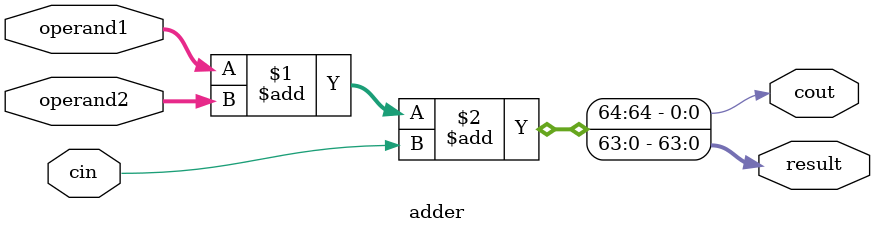
<source format=v>
`timescale 1ns / 1ps


module adder(
    input  [63:0] operand1,
    input  [63:0] operand2,
    input         cin,
    output [63:0] result,
    output        cout
    );
    assign {cout,result} = operand1 + operand2 + cin;

endmodule


</source>
